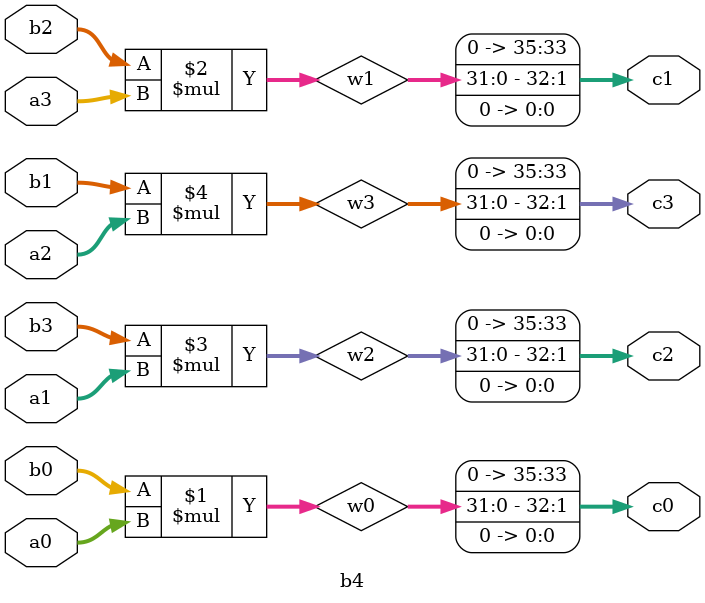
<source format=v>
module code(a0, a1, a2, a3, b0, b1, b2, b3, c0, c1, c2, c3);
input [15:0] a0, a1, a2, a3;
input [15:0] b0, b1, b2, b3;
output [36:0] c0, c1, c2, c3;
wire [17:0] p0, p1, p2, p3, q0, q1, q2, q3;
wire [35:0] r0, r1, r2, r3;
wire [37:0] s0, s1, s2, s3;
wire [35:0] t0, t1, t2, t3;
wire [35:0] o0, o1, o2, o3;

H4 m1(a0, a1, a2, a3, p0, p1, p2, p3);
H4 m2(b0, b1, b2, b3, q0, q1, q2, q3);
D4 m3(p0, p1, p2, p3, q0, q1, q2, q3, r0, r1, r2, r3);
H4_36 n1(r0, r1, r2, r3, s0, s1, s2, s3);
rs m4(s0, s1, s2, s3, t0, t1, t2, t3);
b4 n2(a0, a1, a2, a3, b0, b1, b2, b3, o0, o1, o2, o3);

assign c0 = o0 - t0;
assign c1 = t1 - o1;
assign c2 = t2 - o2;
assign c3 = t3 - o3;
endmodule

// Block H2
module H2(a0, a1, b0, b1);
input [15:0] a0, a1;
output [16:0] b0, b1;
assign b0 = a0 + a1;
assign b1 = a0 - a1;
endmodule

// Block H4
module H4(a0, a1, a2, a3, b0, b1, b2, b3);
input [15:0] a0, a1, a2, a3;
output [17:0] b0, b1, b2, b3;
wire [16:0] p0, p1, p2, p3;
H2 m1(a0, a2, p0, p2);
H2 m2(a1, a3, p1, p3);
H2 m3(p0, p1, b0, b1);
H2 m4(p2, p3, b2, b3);
endmodule

//BLock D4
module D4(a0, a1, a2, a3, b0, b1, b2, b3, c0, c1, c2, c3);
input [17:0] a0, a1, a2, a3, b0, b1, b2, b3;
output [35:0] c0, c1, c2, c3;
assign c0 = a0*b0;
assign c1 = a1*b1;
assign c2 = a2*b2;
assign c3 = a3*b3;
endmodule

// Block H4, but 36 bit
module H4_36(a0, a1, a2, a3, b0, b1, b2, b3);
input [35:0] a0, a1, a2, a3;
output [37:0] b0, b1, b2, b3;
assign b0 = a0 + a1 + a2 + a3;
assign b1 = a0 - a1 + a2 - a3;
assign b2 = a0 + a1 - a2 - a3;
assign b3 = a0 - a1 - a2 + a3;
endmodule

// BLock rs (right shift)
module rs(a0, a1, a2, a3, b0, b1, b2, b3);
input [37:0] a0, a1, a2, a3;
output [35:0] b0, b1, b2, b3;
assign b0 = a0 >> 2;
assign b1 = a1 >> 2;
assign b2 = a2 >> 2;
assign b3 = a3 >> 2;
endmodule

// Block b4
module b4(a0, a1, a2, a3, b0, b1, b2, b3, c0, c1, c2, c3);
input [15:0] a0, a1, a2, a3, b0, b1, b2, b3;
output [35:0] c0, c1, c2, c3;
wire [31:0] w0, w1, w2, w3;
assign w0 = b0*a0;
assign w1 = b2*a3;
assign w2 = b3*a1;
assign w3 = b1*a2;
assign c0 = w0 << 1; // Left Shift#1
assign c1 = w1 << 1; // Left Shift#1
assign c2 = w2 << 1; // Left Shift#3
assign c3 = w3 << 1; // Left Shift#4
endmodule


</source>
